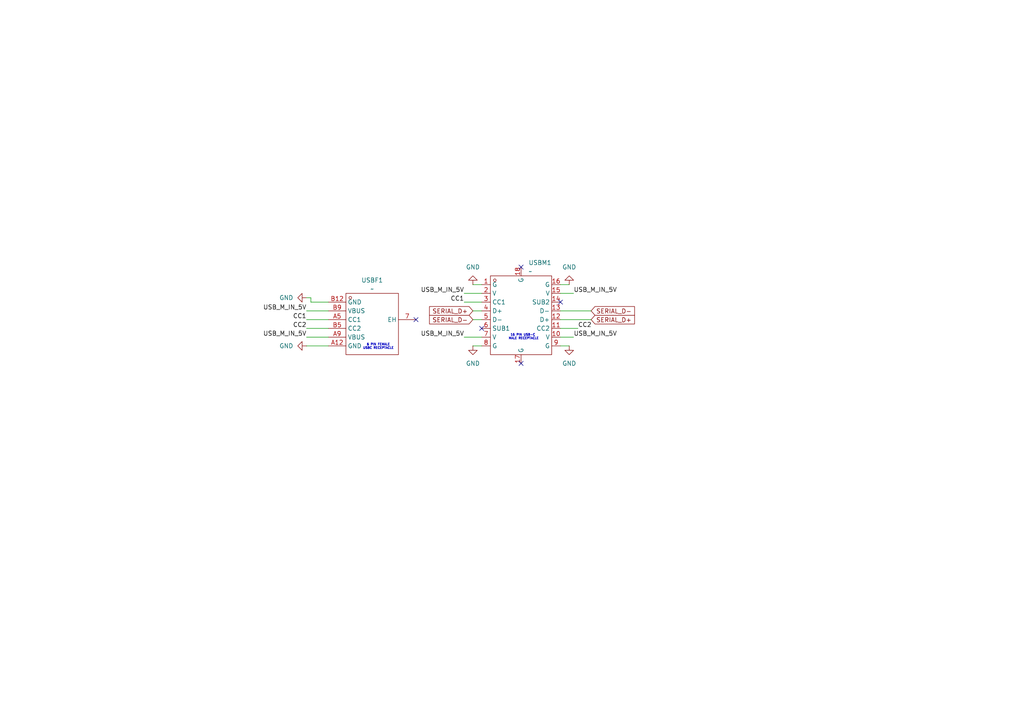
<source format=kicad_sch>
(kicad_sch (version 20250114) (generator "eeschema") (generator_version "9.0")
  (paper "A4")
  (lib_symbols
    (symbol "USB-C Female HX TYPE-C 6P SY:USB-C Female HX TYPE-C 6P SY"
      (property "Reference" "U" (at 0 0 0))
      (symbol "USB-C Female HX TYPE-C 6P SY_1_0"
        (rectangle (start -7.62 -7.62) (end 7.62 10.16))
        (circle (center -6.35 8.89) (radius 0.381))
        (pin unspecified line (at -12.7 7.62 0) (length 5.08) (name "GND") (number "B12"))
        (pin unspecified line (at -12.7 5.08 0) (length 5.08) (name "VBUS") (number "B9"))
        (pin unspecified line (at -12.7 2.54 0) (length 5.08) (name "CC1") (number "A5"))
        (pin unspecified line (at -12.7 0 0) (length 5.08) (name "CC2") (number "B5"))
        (pin unspecified line (at -12.7 -2.54 0) (length 5.08) (name "VBUS") (number "A9"))
        (pin unspecified line (at -12.7 -5.08 0) (length 5.08) (name "GND") (number "A12"))
        (pin unspecified line (at 12.7 2.54 180) (length 5.08) (name "EH") (number "7"))
      )
    )
    (symbol "USB-C Male 918-118A2021Y40006:USB-C Male 918-118A2021Y40006"
      (symbol "USB-C Male 918-118A2021Y40006_1_0"
        (rectangle (start -8.89 19.05) (end 8.89 -3.81))
        (circle (center -7.62 17.78) (radius 0.381))
        (pin unspecified line (at -11.43 16.51 0) (length 2.54) (name "G") (number "1"))
        (pin unspecified line (at -11.43 13.97 0) (length 2.54) (name "V") (number "2"))
        (pin unspecified line (at -11.43 11.43 0) (length 2.54) (name "CC1") (number "3"))
        (pin unspecified line (at -11.43 8.89 0) (length 2.54) (name "D+") (number "4"))
        (pin unspecified line (at -11.43 6.35 0) (length 2.54) (name "D-") (number "5"))
        (pin unspecified line (at -11.43 3.81 0) (length 2.54) (name "SUB1") (number "6"))
        (pin unspecified line (at -11.43 1.27 0) (length 2.54) (name "V") (number "7"))
        (pin unspecified line (at -11.43 -1.27 0) (length 2.54) (name "G") (number "8"))
        (pin unspecified line (at 0 21.59 270) (length 2.54) (name "G") (number "18"))
        (pin unspecified line (at 0 -6.35 90) (length 2.54) (name "G") (number "17"))
        (pin unspecified line (at 11.43 16.51 180) (length 2.54) (name "G") (number "16"))
        (pin unspecified line (at 11.43 13.97 180) (length 2.54) (name "V") (number "15"))
        (pin unspecified line (at 11.43 11.43 180) (length 2.54) (name "SUB2") (number "14"))
        (pin unspecified line (at 11.43 8.89 180) (length 2.54) (name "D-") (number "13"))
        (pin unspecified line (at 11.43 6.35 180) (length 2.54) (name "D+") (number "12"))
        (pin unspecified line (at 11.43 3.81 180) (length 2.54) (name "CC2") (number "11"))
        (pin unspecified line (at 11.43 1.27 180) (length 2.54) (name "V") (number "10"))
        (pin unspecified line (at 11.43 -1.27 180) (length 2.54) (name "G") (number "9"))
      )
    )
    (symbol "power:GND" (power) (pin_numbers (hide yes)) (pin_names (offset 0) (hide yes))
      (property "Value" "GND" (at 0 -3.81 0))
      (symbol "GND_0_1"
        (polyline (pts (xy 0 0) (xy 0 -1.27) (xy 1.27 -1.27) (xy 0 -2.54) (xy -1.27 -1.27) (xy 0 -1.27)))
      )
      (symbol "GND_1_1"
        (pin power_in line (at 0 0 270) (length 0) (name "~") (number "1"))
      )
    )
  )
  (text "16 PIN USB-C \nMALE RECEPTACLE" (at 151.892 97.79 0) (effects (font (size 0.635 0.635))))
  (text "6 PIN FEMALE \nUSBC RECEPTACLE " (at 109.982 100.584 0) (effects (font (size 0.635 0.635))))
  (no_connect (at 151.13 77.47))
  (no_connect (at 139.7 95.25))
  (no_connect (at 120.65 92.71))
  (no_connect (at 162.56 87.63))
  (no_connect (at 151.13 105.41))
  (wire (pts (xy 162.56 92.71) (xy 171.45 92.71)))
  (wire (pts (xy 137.16 100.33) (xy 139.7 100.33)))
  (wire (pts (xy 88.9 90.17) (xy 95.25 90.17)))
  (wire (pts (xy 162.56 85.09) (xy 166.37 85.09)))
  (wire (pts (xy 88.9 97.79) (xy 95.25 97.79)))
  (wire (pts (xy 134.62 85.09) (xy 139.7 85.09)))
  (wire (pts (xy 162.56 97.79) (xy 166.37 97.79)))
  (wire (pts (xy 134.62 97.79) (xy 139.7 97.79)))
  (wire (pts (xy 134.62 87.63) (xy 139.7 87.63)))
  (wire (pts (xy 167.64 95.25) (xy 162.56 95.25)))
  (wire (pts (xy 162.56 100.33) (xy 165.1 100.33)))
  (wire (pts (xy 162.56 90.17) (xy 171.45 90.17)))
  (wire (pts (xy 162.56 82.55) (xy 165.1 82.55)))
  (wire (pts (xy 137.16 82.55) (xy 139.7 82.55)))
  (wire (pts (xy 137.16 92.71) (xy 139.7 92.71)))
  (wire (pts (xy 137.16 90.17) (xy 139.7 90.17)))
  (wire (pts (xy 88.9 86.36) (xy 90.17 86.36)))
  (wire (pts (xy 90.17 87.63) (xy 95.25 87.63)))
  (wire (pts (xy 90.17 86.36) (xy 90.17 87.63)))
  (wire (pts (xy 88.9 100.33) (xy 95.25 100.33)))
  (wire (pts (xy 88.9 92.71) (xy 95.25 92.71)))
  (wire (pts (xy 88.9 95.25) (xy 95.25 95.25)))
  (label "CC1" (at 134.62 87.63 180))
  (label "USB_M_IN_5V" (at 88.9 90.17 180))
  (label "CC2" (at 167.64 95.25 0))
  (label "CC2" (at 88.9 95.25 180))
  (label "USB_M_IN_5V" (at 166.37 97.79 0))
  (label "USB_M_IN_5V" (at 88.9 97.79 180))
  (label "USB_M_IN_5V" (at 166.37 85.09 0))
  (label "USB_M_IN_5V" (at 134.62 97.79 180))
  (label "USB_M_IN_5V" (at 134.62 85.09 180))
  (label "CC1" (at 88.9 92.71 180))
  (global_label "SERIAL_D-" (shape input) (at 137.16 92.71 180) (property "Intersheetrefs" "${INTERSHEET_REFS}" (effects (hide yes))))
  (global_label "SERIAL_D+" (shape input) (at 171.45 92.71 0) (property "Intersheetrefs" "${INTERSHEET_REFS}" (effects (hide yes))))
  (global_label "SERIAL_D-" (shape input) (at 171.45 90.17 0) (property "Intersheetrefs" "${INTERSHEET_REFS}" (effects (hide yes))))
  (global_label "SERIAL_D+" (shape input) (at 137.16 90.17 180) (property "Intersheetrefs" "${INTERSHEET_REFS}" (effects (hide yes))))
  (symbol (lib_id "USB-C Female HX TYPE-C 6P SY:USB-C Female HX TYPE-C 6P SY") (at 107.95 95.25 0) (unit 1)
    (property "Reference" "USBF1" (at 107.95 81.28 0))
    (property "Value" "~" (at 107.95 83.82 0))
    (property "Footprint" "CUSTOMFOOTPRINTS:TYPE-C-SMD_HANXIA_HX-TYPE-C-6P-SY" (effects (hide yes)))
    (property "Datasheet" "https://jlcpcb.com/partdetail/hanxia-HX_TYPE_C_6PSY/C5178531" (effects (hide yes)))
    (property "Description" "https://jlcpcb.com/partdetail/hanxia-HX_TYPE_C_6PSY/C5178531" (effects (hide yes)))
    (property "Manufacturer Part" "HX TYPE-C 6P SY" (effects (hide yes)))
    (property "Manufacturer" "hanxia(韩下)" (effects (hide yes)))
    (property "Supplier Part" "C5178531" (effects (hide yes)))
    (property "Supplier" "LCSC" (effects (hide yes)))
    (property "LCSC Part Name" "Type-C 母 卧贴" (effects (hide yes)))
  )
  (symbol (lib_id "power:GND") (at 165.1 100.33 0) (unit 1)
    (property "Reference" "#PWR023" (effects (hide yes)))
    (property "Value" "GND" (at 165.1 105.41 0))
    (property "Description" "Power symbol creates a global label with name \"GND\" , ground" (effects (hide yes)))
  )
  (symbol (lib_id "power:GND") (at 137.16 82.55 180) (unit 1)
    (property "Reference" "#PWR011" (effects (hide yes)))
    (property "Value" "GND" (at 137.16 77.47 0))
    (property "Description" "Power symbol creates a global label with name \"GND\" , ground" (effects (hide yes)))
  )
  (symbol (lib_id "power:GND") (at 88.9 100.33 270) (unit 1)
    (property "Reference" "#PWR010" (effects (hide yes)))
    (property "Value" "GND" (at 85.09 100.3299 90) (effects (justify right)))
    (property "Description" "Power symbol creates a global label with name \"GND\" , ground" (effects (hide yes)))
  )
  (symbol (lib_id "power:GND") (at 88.9 86.36 270) (unit 1)
    (property "Reference" "#PWR09" (effects (hide yes)))
    (property "Value" "GND" (at 85.09 86.3599 90) (effects (justify right)))
    (property "Description" "Power symbol creates a global label with name \"GND\" , ground" (effects (hide yes)))
  )
  (symbol (lib_id "power:GND") (at 165.1 82.55 180) (unit 1)
    (property "Reference" "#PWR022" (effects (hide yes)))
    (property "Value" "GND" (at 165.1 77.47 0))
    (property "Description" "Power symbol creates a global label with name \"GND\" , ground" (effects (hide yes)))
  )
  (symbol (lib_id "power:GND") (at 137.16 100.33 0) (unit 1)
    (property "Reference" "#PWR029" (effects (hide yes)))
    (property "Value" "GND" (at 137.16 105.41 0))
    (property "Description" "Power symbol creates a global label with name \"GND\" , ground" (effects (hide yes)))
  )
  (symbol (lib_id "USB-C Male 918-118A2021Y40006:USB-C Male 918-118A2021Y40006") (at 151.13 99.06 0) (unit 1)
    (property "Reference" "USBM1" (at 153.2733 76.2 0) (effects (justify left)))
    (property "Value" "~" (at 153.2733 78.74 0) (effects (justify left)))
    (property "Footprint" "CUSTOMFOOTPRINTS:USB-C Male 918-118A2021Y40006" (effects (hide yes)))
    (property "Datasheet" "https://jlcpcb.com/partdetail/383026-918118A2021Y40006/C399938" (effects (hide yes)))
    (property "Description" "https://jlcpcb.com/partdetail/383026-918118A2021Y40006/C399938" (effects (hide yes)))
  )
)
</source>
